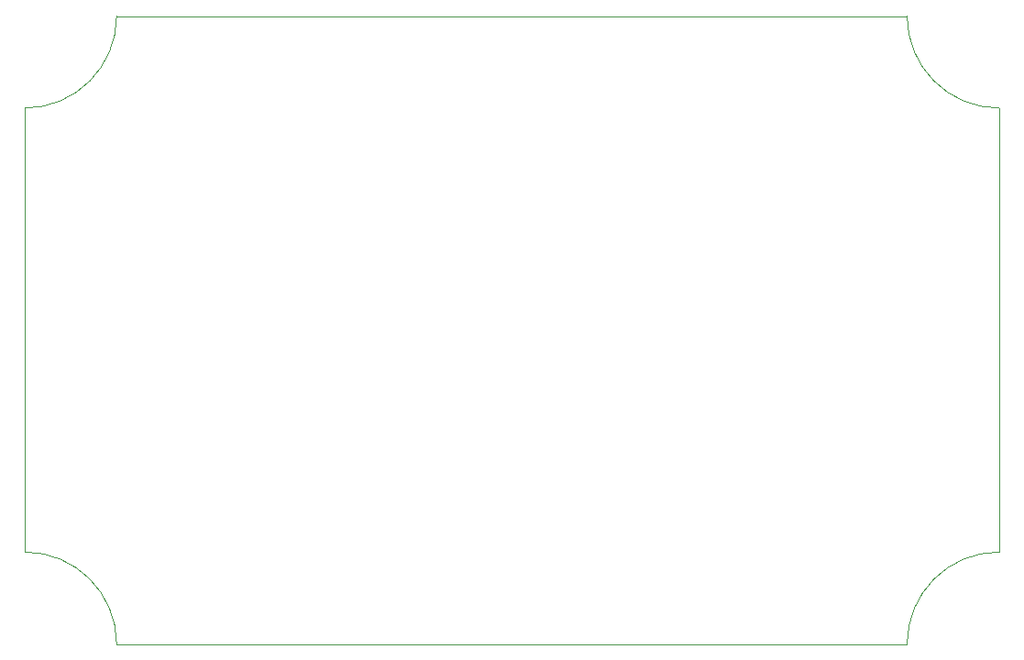
<source format=gbr>
%TF.GenerationSoftware,KiCad,Pcbnew,(5.1.8-0-10_14)*%
%TF.CreationDate,2020-11-30T14:10:51+01:00*%
%TF.ProjectId,FET_Multi,4645545f-4d75-46c7-9469-2e6b69636164,0.2.0*%
%TF.SameCoordinates,Original*%
%TF.FileFunction,Profile,NP*%
%FSLAX46Y46*%
G04 Gerber Fmt 4.6, Leading zero omitted, Abs format (unit mm)*
G04 Created by KiCad (PCBNEW (5.1.8-0-10_14)) date 2020-11-30 14:10:51*
%MOMM*%
%LPD*%
G01*
G04 APERTURE LIST*
%TA.AperFunction,Profile*%
%ADD10C,0.050000*%
%TD*%
G04 APERTURE END LIST*
D10*
X89000000Y-65500000D02*
X89000000Y-106500000D01*
X170500000Y-115000000D02*
G75*
G02*
X179000000Y-106500000I8500000J0D01*
G01*
X89000000Y-106500000D02*
G75*
G02*
X97500000Y-115000000I0J-8500000D01*
G01*
X179000000Y-65500000D02*
G75*
G02*
X170500000Y-57000000I0J8500000D01*
G01*
X97500000Y-57000000D02*
G75*
G02*
X89000000Y-65500000I-8500000J0D01*
G01*
X179000000Y-106500000D02*
X179000000Y-65500000D01*
X170500000Y-115000000D02*
X97500000Y-115000000D01*
X170500000Y-57000000D02*
X97500000Y-57000000D01*
M02*

</source>
